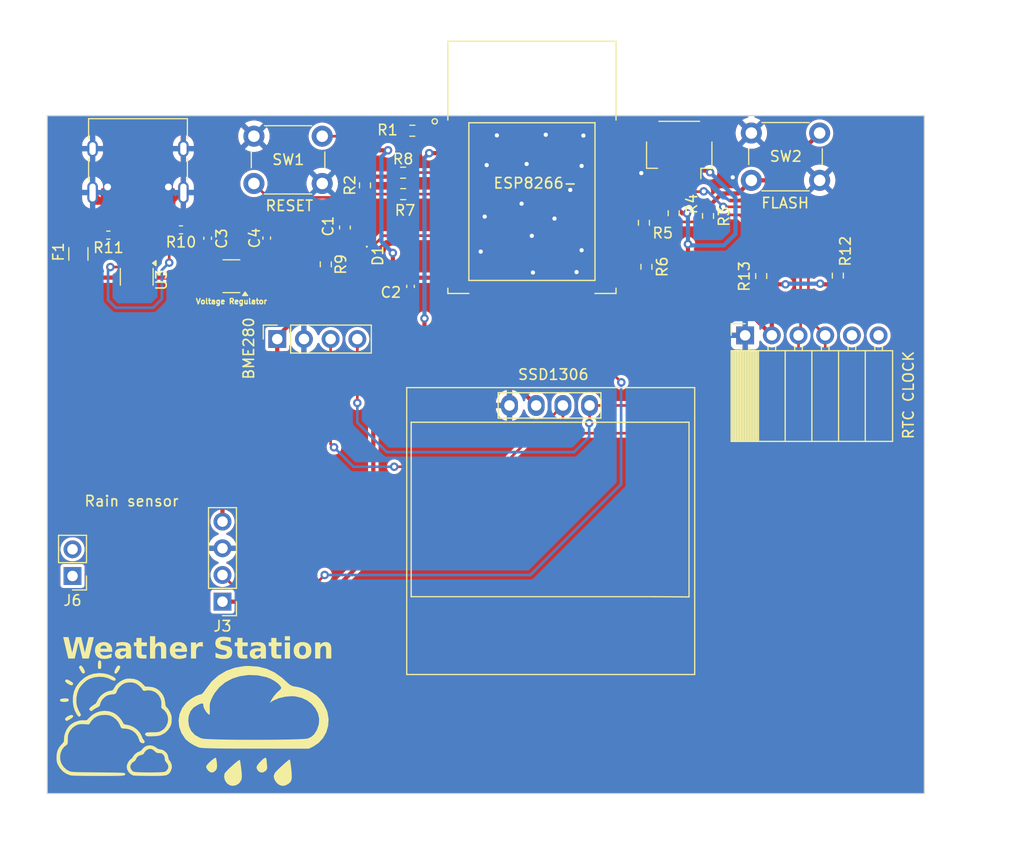
<source format=kicad_pcb>
(kicad_pcb (version 20240108) (generator "pcbnew") (generator_version "8.0")
  (layers (0 "F.Cu" signal) (31 "B.Cu" signal) (34 "B.Paste" user) (35 "F.Paste" user) (36 "B.SilkS" user "B.Silkscreen") (37 "F.SilkS" user "F.Silkscreen") (38 "B.Mask" user) (39 "F.Mask" user) (44 "Edge.Cuts" user))
  (net 0 "")
  (net 1 "GND")
  (net 2 "/SDA")
  (net 3 "+3.3V")
  (net 4 "/SCL")
  (net 5 "Net-(C1-Pad1)")
  (net 6 "+5V")
  (net 7 "+3V3")
  (net 8 "LED")
  (net 9 "Net-(D1-A)")
  (net 10 "Net-(F1-Pad1)")
  (net 11 "/RXD")
  (net 12 "/TXD")
  (net 13 "D+")
  (net 16 "D-")
  (net 17 "Net-(J2-CC1)")
  (net 18 "Net-(J2-CC2)")
  (net 19 "/DO")
  (net 20 "/AO")
  (net 25 "/RST")
  (net 26 "Net-(U2-IO0)")
  (net 27 "Net-(R3-Pad1)")
  (net 28 "Net-(U2-IO2)")
  (net 29 "Net-(U2-IO15)")
  (net 30 "/GPIO4")
  (net 31 "/EN")
  (footprint "Capacitor_SMD:C_0402_1005Metric" (layer "F.Cu") (at 362.83 41.57 90)
    (property "Reference" "C4" (at 0 -1.16 90) (layer "F.SilkS"))
    (property "Value" "1u" (hide yes))
    (pad "1" smd roundrect (at -0.48 0 90) (size 0.56 0.62) (layers "F.Cu" "F.Paste" "F.Mask") (net 7 "+3V3"))
    (pad "2" smd roundrect (at 0.48 0 90) (size 0.56 0.62) (layers "F.Cu" "F.Paste" "F.Mask") (net 1 "GND"))
  )
  (footprint "Connector_USB:USB_C_Receptacle_HRO_TYPE-C-31-M-12" (layer "F.Cu") (at 350.58 34.11 180)
    (property "Reference" "J2" (hide yes))
    (property "Value" "USB_C_Receptacle_USB2.0_16P" (hide yes))
    (pad "" np_thru_hole circle (at -2.89 -2.6 180) (size 0.65 0.65) (drill 0.65) (layers "*.Cu" "*.Mask"))
    (pad "" np_thru_hole circle (at 2.89 -2.6 180) (size 0.65 0.65) (drill 0.65) (layers "*.Cu" "*.Mask"))
    (pad "A1" smd rect (at -3.25 -4.045 180) (size 0.6 1.45) (layers "F.Cu" "F.Paste" "F.Mask") (net 1 "GND"))
    (pad "A4" smd rect (at -2.45 -4.045 180) (size 0.6 1.45) (layers "F.Cu" "F.Paste" "F.Mask") (net 10 "Net-(F1-Pad1)"))
    (pad "A5" smd rect (at -1.25 -4.045 180) (size 0.3 1.45) (layers "F.Cu" "F.Paste" "F.Mask") (net 17 "Net-(J2-CC1)"))
    (pad "A6" smd rect (at -0.25 -4.045 180) (size 0.3 1.45) (layers "F.Cu" "F.Paste" "F.Mask") (net 13 "D+"))
    (pad "A7" smd rect (at 0.25 -4.045 180) (size 0.3 1.45) (layers "F.Cu" "F.Paste" "F.Mask") (net 16 "D-"))
    (pad "A8" smd rect (at 1.25 -4.045 180) (size 0.3 1.45) (layers "F.Cu" "F.Paste" "F.Mask"))
    (pad "A9" smd rect (at 2.45 -4.045 180) (size 0.6 1.45) (layers "F.Cu" "F.Paste" "F.Mask") (net 10 "Net-(F1-Pad1)"))
    (pad "A12" smd rect (at 3.25 -4.045 180) (size 0.6 1.45) (layers "F.Cu" "F.Paste" "F.Mask") (net 1 "GND"))
    (pad "B1" smd rect (at 3.25 -4.045 180) (size 0.6 1.45) (layers "F.Cu" "F.Paste" "F.Mask") (net 1 "GND"))
    (pad "B4" smd rect (at 2.45 -4.045 180) (size 0.6 1.45) (layers "F.Cu" "F.Paste" "F.Mask") (net 10 "Net-(F1-Pad1)"))
    (pad "B5" smd rect (at 1.75 -4.045 180) (size 0.3 1.45) (layers "F.Cu" "F.Paste" "F.Mask") (net 18 "Net-(J2-CC2)"))
    (pad "B6" smd rect (at 0.75 -4.045 180) (size 0.3 1.45) (layers "F.Cu" "F.Paste" "F.Mask") (net 13 "D+"))
    (pad "B7" smd rect (at -0.75 -4.045 180) (size 0.3 1.45) (layers "F.Cu" "F.Paste" "F.Mask") (net 16 "D-"))
    (pad "B8" smd rect (at -1.75 -4.045 180) (size 0.3 1.45) (layers "F.Cu" "F.Paste" "F.Mask"))
    (pad "B9" smd rect (at -2.45 -4.045 180) (size 0.6 1.45) (layers "F.Cu" "F.Paste" "F.Mask") (net 10 "Net-(F1-Pad1)"))
    (pad "B12" smd rect (at -3.25 -4.045 180) (size 0.6 1.45) (layers "F.Cu" "F.Paste" "F.Mask") (net 1 "GND"))
    (pad "S1" thru_hole oval (at -4.32 -3.13 180) (size 1 2.1) (drill oval 0.6 1.7) (layers "*.Cu" "*.Mask") (net 1 "GND"))
    (pad "S1" thru_hole oval (at -4.32 1.05 180) (size 1 1.6) (drill oval 0.6 1.2) (layers "*.Cu" "*.Mask") (net 1 "GND"))
    (pad "S1" thru_hole oval (at 4.32 -3.13 180) (size 1 2.1) (drill oval 0.6 1.7) (layers "*.Cu" "*.Mask") (net 1 "GND"))
    (pad "S1" thru_hole oval (at 4.32 1.05 180) (size 1 1.6) (drill oval 0.6 1.2) (layers "*.Cu" "*.Mask") (net 1 "GND"))
  )
  (footprint "Capacitor_SMD:C_0402_1005Metric" (layer "F.Cu") (at 376.51 46.17 -90)
    (property "Reference" "C2" (at 0.57 1.87 180) (layer "F.SilkS"))
    (property "Value" "1000uf" (hide yes))
    (pad "1" smd roundrect (at -0.48 0 270) (size 0.56 0.62) (layers "F.Cu" "F.Paste" "F.Mask") (net 3 "+3.3V"))
    (pad "2" smd roundrect (at 0.48 0 270) (size 0.56 0.62) (layers "F.Cu" "F.Paste" "F.Mask") (net 1 "GND"))
  )
  (footprint "Package_TO_SOT_SMD:SOT-23-3" (layer "F.Cu") (at 359.4725 45.2 180)
    (property "Reference" "Voltage Regulator" (at 0 -2.4 0) (layer "F.SilkS") (effects (font (size 0.5 0.5) (thickness 0.125))))
    (property "Value" "XC6206PxxxMR" (hide yes))
    (pad "1" smd roundrect (at -1.1375 -0.95 180) (size 1.325 0.6) (layers "F.Cu" "F.Paste" "F.Mask") (net 1 "GND"))
    (pad "2" smd roundrect (at -1.1375 0.95 180) (size 1.325 0.6) (layers "F.Cu" "F.Paste" "F.Mask") (net 7 "+3V3"))
    (pad "3" smd roundrect (at 1.1375 0 180) (size 1.325 0.6) (layers "F.Cu" "F.Paste" "F.Mask") (net 6 "+5V"))
  )
  (footprint "Resistor_SMD:R_0603_1608Metric" (layer "F.Cu") (at 372.18 36.555 90)
    (property "Reference" "R2" (at 0 -1.43 90) (layer "F.SilkS"))
    (property "Value" "10K" (hide yes))
    (pad "1" smd roundrect (at -0.825 0 90) (size 0.8 0.95) (layers "F.Cu" "F.Paste" "F.Mask") (net 5 "Net-(C1-Pad1)"))
    (pad "2" smd roundrect (at 0.825 0 90) (size 0.8 0.95) (layers "F.Cu" "F.Paste" "F.Mask") (net 3 "+3.3V"))
  )
  (footprint "LOGO" (layer "F.Cu") (at 348.2836 87.225415)
    (property "Reference" "G***" (hide yes))
    (property "Value" "LOGO" (hide yes))
  )
  (footprint "Package_TO_SOT_SMD:SOT-23-6" (layer "F.Cu") (at 350.46 45.2575 -90)
    (property "Reference" "U3" (at 0.3025 -2.35 90) (layer "F.SilkS"))
    (property "Value" "SRV05-4" (hide yes))
    (pad "1" smd roundrect (at -1.1375 -0.95 270) (size 1.325 0.6) (layers "F.Cu" "F.Paste" "F.Mask") (net 13 "D+"))
    (pad "2" smd roundrect (at -1.1375 0 270) (size 1.325 0.6) (layers "F.Cu" "F.Paste" "F.Mask") (net 1 "GND"))
    (pad "3" smd roundrect (at -1.1375 0.95 270) (size 1.325 0.6) (layers "F.Cu" "F.Paste" "F.Mask") (net 16 "D-"))
    (pad "4" smd roundrect (at 1.1375 0.95 270) (size 1.325 0.6) (layers "F.Cu" "F.Paste" "F.Mask"))
    (pad "5" smd roundrect (at 1.1375 0 270) (size 1.325 0.6) (layers "F.Cu" "F.Paste" "F.Mask") (net 6 "+5V"))
    (pad "6" smd roundrect (at 1.1375 -0.95 270) (size 1.325 0.6) (layers "F.Cu" "F.Paste" "F.Mask"))
  )
  (footprint "Capacitor_SMD:C_0402_1005Metric" (layer "F.Cu") (at 357.21 41.59 90)
    (property "Reference" "C3" (at -0.03 1.33 90) (layer "F.SilkS"))
    (property "Value" "1u" (hide yes))
    (pad "1" smd roundrect (at -0.48 0 90) (size 0.56 0.62) (layers "F.Cu" "F.Paste" "F.Mask") (net 6 "+5V"))
    (pad "2" smd roundrect (at 0.48 0 90) (size 0.56 0.62) (layers "F.Cu" "F.Paste" "F.Mask") (net 1 "GND"))
  )
  (footprint "Resistor_SMD:R_0603_1608Metric" (layer "F.Cu") (at 417.17 45.145 -90)
    (property "Reference" "R12" (at -2.325 -0.72 90) (layer "F.SilkS"))
    (property "Value" "10K" (hide yes))
    (pad "1" smd roundrect (at -0.825 0 270) (size 0.8 0.95) (layers "F.Cu" "F.Paste" "F.Mask") (net 4 "/SCL"))
    (pad "2" smd roundrect (at 0.825 0 270) (size 0.8 0.95) (layers "F.Cu" "F.Paste" "F.Mask") (net 3 "+3.3V"))
  )
  (footprint "Connector_PinSocket_2.54mm:PinSocket_1x06_P2.54mm_Horizontal" (layer "F.Cu") (at 408.35 50.83 90)
    (property "Reference" "RTC CLOCK" (at -5.68 15.54 90) (layer "F.SilkS"))
    (property "Value" "Conn_01x06_Socket" (hide yes))
    (pad "1" thru_hole rect (at 0 0 90) (size 1.7 1.7) (drill 1) (layers "*.Cu" "*.Mask") (net 1 "GND"))
    (pad "2" thru_hole oval (at 0 2.54 90) (size 1.7 1.7) (drill 1) (layers "*.Cu" "*.Mask") (net 3 "+3.3V"))
    (pad "3" thru_hole oval (at 0 5.08 90) (size 1.7 1.7) (drill 1) (layers "*.Cu" "*.Mask") (net 2 "/SDA"))
    (pad "4" thru_hole oval (at 0 7.62 90) (size 1.7 1.7) (drill 1) (layers "*.Cu" "*.Mask") (net 4 "/SCL"))
    (pad "5" thru_hole oval (at 0 10.16 90) (size 1.7 1.7) (drill 1) (layers "*.Cu" "*.Mask"))
    (pad "6" thru_hole oval (at 0 12.7 90) (size 1.7 1.7) (drill 1) (layers "*.Cu" "*.Mask"))
  )
  (footprint "Button_Switch_THT:SW_PUSH_6mm" (layer "F.Cu") (at 408.94 31.58)
    (property "Reference" "SW2" (at 3.28 2.22 0) (layer "F.SilkS"))
    (property "Value" "FLASH" (at 3.22 6.66 0) (layer "F.SilkS"))
    (pad "1" thru_hole circle (at 0 0 90) (size 2 2) (drill 1.1) (layers "*.Cu" "*.Mask") (net 1 "GND"))
    (pad "1" thru_hole circle (at 6.5 4.5 90) (size 2 2) (drill 1.1) (layers "*.Cu" "*.Mask") (net 1 "GND"))
    (pad "2" thru_hole circle (at 0 4.5 90) (size 2 2) (drill 1.1) (layers "*.Cu" "*.Mask") (net 27 "Net-(R3-Pad1)"))
    (pad "2" thru_hole circle (at 6.5 0 90) (size 2 2) (drill 1.1) (layers "*.Cu" "*.Mask") (net 27 "Net-(R3-Pad1)"))
  )
  (footprint "esp8266:XCVR_ESP8266-12E_ESP-12E" (layer "F.Cu") (at 388.06425 38.3425)
    (property "Reference" "U2" (hide yes))
    (property "Value" "ESP8266-" (at 0.30575 -1.9925 0) (layer "F.SilkS"))
    (pad "1" smd rect (at -7.5 -7) (size 2 1.2) (layers "F.Cu" "F.Paste" "F.Mask") (net 25 "/RST"))
    (pad "2" smd rect (at -7.5 -5) (size 2 1.2) (layers "F.Cu" "F.Paste" "F.Mask") (net 20 "/AO"))
    (pad "3" smd rect (at -7.5 -3) (size 2 1.2) (layers "F.Cu" "F.Paste" "F.Mask") (net 31 "/EN"))
    (pad "4" smd rect (at -7.5 -1) (size 2 1.2) (layers "F.Cu" "F.Paste" "F.Mask") (net 30 "/GPIO4"))
    (pad "5" smd rect (at -7.5 1) (size 2 1.2) (layers "F.Cu" "F.Paste" "F.Mask"))
    (pad "6" smd rect (at -7.5 3) (size 2 1.2) (layers "F.Cu" "F.Paste" "F.Mask") (net 8 "LED"))
    (pad "7" smd rect (at -7.5 5) (size 2 1.2) (layers "F.Cu" "F.Paste" "F.Mask"))
    (pad "8" smd rect (at -7.5 7) (size 2 1.2) (layers "F.Cu" "F.Paste" "F.Mask") (net 3 "+3.3V"))
    (pad "9" smd rect (at -5 8.5) (size 1.1 1.7) (layers "F.Cu" "F.Paste" "F.Mask"))
    (pad "10" smd rect (at -3 8.5) (size 1.1 1.7) (layers "F.Cu" "F.Paste" "F.Mask"))
    (pad "11" smd rect (at -1 8.5) (size 1.1 1.7) (layers "F.Cu" "F.Paste" "F.Mask") (net 19 "/DO"))
    (pad "12" smd rect (at 1 8.5) (size 1.1 1.7) (layers "F.Cu" "F.Paste" "F.Mask"))
    (pad "13" smd rect (at 3 8.5) (size 1.1 1.7) (layers "F.Cu" "F.Paste" "F.Mask"))
    (pad "14" smd rect (at 5 8.5) (size 1.1 1.7) (layers "F.Cu" "F.Paste" "F.Mask"))
    (pad "15" smd rect (at 7.5 7) (size 2 1.2) (layers "F.Cu" "F.Paste" "F.Mask") (net 1 "GND"))
    (pad "16" smd rect (at 7.5 5) (size 2 1.2) (layers "F.Cu" "F.Paste" "F.Mask") (net 29 "Net-(U2-IO15)"))
    (pad "17" smd rect (at 7.5 3) (size 2 1.2) (layers "F.Cu" "F.Paste" "F.Mask") (net 28 "Net-(U2-IO2)"))
    (pad "18" smd rect (at 7.5 1) (size 2 1.2) (layers "F.Cu" "F.Paste" "F.Mask") (net 26 "Net-(U2-IO0)"))
    (pad "19" smd rect (at 7.5 -1) (size 2 1.2) (layers "F.Cu" "F.Paste" "F.Mask") (net 2 "/SDA"))
    (pad "20" smd rect (at 7.5 -3) (size 2 1.2) (layers "F.Cu" "F.Paste" "F.Mask") (net 4 "/SCL"))
    (pad "21" smd rect (at 7.5 -5) (size 2 1.2) (layers "F.Cu" "F.Paste" "F.Mask") (net 11 "/RXD"))
    (pad "22" smd rect (at 7.5 -7) (size 2 1.2) (layers "F.Cu" "F.Paste" "F.Mask") (net 12 "/TXD"))
    (zone (net 0) (net_name "") (layer "F.Cu") (connect_pads (clearance 0)) (min_thickness 0.01)
      (keepout (tracks not_allowed) (vias not_allowed) (pads not_allowed) (copperpour not_allowed) (footprints allowed))
      (fill (thermal_gap 0.508) (thermal_bridge_width 0.508))
      (polygon (pts (xy 380.05524 22.8425) (xy 396.06425 22.8425) (xy 396.06425 29.83292) (xy 380.05524 29.83292)))
    )
    (zone (net 0) (net_name "") (layer "B.Cu") (connect_pads (clearance 0)) (min_thickness 0.01)
      (keepout (tracks not_allowed) (vias not_allowed) (pads not_allowed) (copperpour not_allowed) (footprints allowed))
      (fill (thermal_gap 0.508) (thermal_bridge_width 0.508))
      (polygon (pts (xy 380.05524 22.8425) (xy 396.06425 22.8425) (xy 396.06425 29.83292) (xy 380.05524 29.83292)))
    )
  )
  (footprint "Capacitor_SMD:C_0603_1608Metric" (layer "F.Cu") (at 370.27 40.57 -90)
    (property "Reference" "C1" (at -0.125 1.6 90) (layer "F.SilkS"))
    (property "Value" "C" (hide yes))
    (pad "1" smd roundrect (at -0.775 0 270) (size 0.9 0.95) (layers "F.Cu" "F.Paste" "F.Mask") (net 5 "Net-(C1-Pad1)"))
    (pad "2" smd roundrect (at 0.775 0 270) (size 0.9 0.95) (layers "F.Cu" "F.Paste" "F.Mask") (net 1 "GND"))
  )
  (footprint "Resistor_SMD:R_0603_1608Metric" (layer "F.Cu") (at 398.72 40.12 90)
    (property "Reference" "R5" (at -0.98 1.79 180) (layer "F.SilkS"))
    (property "Value" "10K" (hide yes))
    (pad "1" smd roundrect (at -0.825 0 90) (size 0.8 0.95) (layers "F.Cu" "F.Paste" "F.Mask") (net 28 "Net-(U2-IO2)"))
    (pad "2" smd roundrect (at 0.825 0 90) (size 0.8 0.95) (layers "F.Cu" "F.Paste" "F.Mask") (net 3 "+3.3V"))
  )
  (footprint "Resistor_SMD:R_0402_1005Metric" (layer "F.Cu") (at 347.76 41.29 180)
    (property "Reference" "R11" (at -0.01 -1.2 360) (layer "F.SilkS"))
    (property "Value" "5.1K" (hide yes))
    (pad "1" smd roundrect (at -0.51 0 180) (size 0.54 0.64) (layers "F.Cu" "F.Paste" "F.Mask") (net 18 "Net-(J2-CC2)"))
    (pad "2" smd roundrect (at 0.51 0 180) (size 0.54 0.64) (layers "F.Cu" "F.Paste" "F.Mask") (net 1 "GND"))
  )
  (footprint "Resistor_SMD:R_0603_1608Metric" (layer "F.Cu") (at 401.55 39.21 90)
    (property "Reference" "R4" (at 0.88 1.73 90) (layer "F.SilkS"))
    (property "Value" "10K" (hide yes))
    (pad "1" smd roundrect (at -0.825 0 90) (size 0.8 0.95) (layers "F.Cu" "F.Paste" "F.Mask") (net 26 "Net-(U2-IO0)"))
    (pad "2" smd roundrect (at 0.825 0 90) (size 0.8 0.95) (layers "F.Cu" "F.Paste" "F.Mask") (net 3 "+3.3V"))
  )
  (footprint "Button_Switch_THT:SW_PUSH_6mm" (layer "F.Cu") (at 361.61 31.88)
    (property "Reference" "SW1" (at 3.27 2.23 0) (layer "F.SilkS"))
    (property "Value" "RESET" (at 3.37 6.62 0) (layer "F.SilkS"))
    (pad "1" thru_hole circle (at 0 0 90) (size 2 2) (drill 1.1) (layers "*.Cu" "*.Mask") (net 1 "GND"))
    (pad "1" thru_hole circle (at 6.5 4.5 90) (size 2 2) (drill 1.1) (layers "*.Cu" "*.Mask") (net 1 "GND"))
    (pad "2" thru_hole circle (at 0 4.5 90) (size 2 2) (drill 1.1) (layers "*.Cu" "*.Mask") (net 5 "Net-(C1-Pad1)"))
    (pad "2" thru_hole circle (at 6.5 0 90) (size 2 2) (drill 1.1) (layers "*.Cu" "*.Mask") (net 5 "Net-(C1-Pad1)"))
  )
  (footprint "Connector_PinHeader_2.54mm:PinHeader_1x04_P2.54mm_Vertical" (layer "F.Cu") (at 358.62 76.17 180)
    (property "Reference" "J3" (at 0 -2.33 360) (layer "F.SilkS"))
    (property "Value" "Rain sensor" (at 8.65 9.57 0) (layer "F.SilkS"))
    (pad "1" thru_hole rect (at 0 0 180) (size 1.7 1.7) (drill 1) (layers "*.Cu" "*.Mask") (net 20 "/AO"))
    (pad "2" thru_hole oval (at 0 2.54 180) (size 1.7 1.7) (drill 1) (layers "*.Cu" "*.Mask") (net 19 "/DO"))
    (pad "3" thru_hole oval (at 0 5.08 180) (size 1.7 1.7) (drill 1) (layers "*.Cu" "*.Mask") (net 1 "GND"))
    (pad "4" thru_hole oval (at 0 7.62 180) (size 1.7 1.7) (drill 1) (layers "*.Cu" "*.Mask") (net 3 "+3.3V"))
  )
  (footprint "Resistor_SMD:R_0603_1608Metric" (layer "F.Cu") (at 398.96 44.31 90)
    (property "Reference" "R6" (at 0 1.5 90) (layer "F.SilkS"))
    (property "Value" "10K" (hide yes))
    (pad "1" smd roundrect (at -0.825 0 90) (size 0.8 0.95) (layers "F.Cu" "F.Paste" "F.Mask") (net 1 "GND"))
    (pad "2" smd roundrect (at 0.825 0 90) (size 0.8 0.95) (layers "F.Cu" "F.Paste" "F.Mask") (net 29 "Net-(U2-IO15)"))
  )
  (footprint "Connector_JST:JST_SH_SM04B-SRSS-TB_1x04-1MP_P1.00mm_Horizontal" (layer "F.Cu") (at 402.08 33.15 180)
    (property "Reference" "J1" (hide yes))
    (property "Value" "Conn_01x04" (hide yes))
    (pad "1" smd roundrect (at -1.5 -2 180) (size 0.6 1.55) (layers "F.Cu" "F.Paste" "F.Mask") (net 3 "+3.3V"))
    (pad "2" smd roundrect (at -0.5 -2 180) (size 0.6 1.55) (layers "F.Cu" "F.Paste" "F.Mask") (net 12 "/TXD"))
    (pad "3" smd roundrect (at 0.5 -2 180) (size 0.6 1.55) (layers "F.Cu" "F.Paste" "F.Mask") (net 11 "/RXD"))
    (pad "4" smd roundrect (at 1.5 -2 180) (size 0.6 1.55) (layers "F.Cu" "F.Paste" "F.Mask") (net 1 "GND"))
    (pad "MP" smd roundrect (at -2.8 1.875 180) (size 1.2 1.8) (layers "F.Cu" "F.Paste" "F.Mask") (roundrect_rratio 0.208333))
    (pad "MP" smd roundrect (at 2.8 1.875 180) (size 1.2 1.8) (layers "F.Cu" "F.Paste" "F.Mask") (roundrect_rratio 0.208333))
  )
  (footprint "Connector_PinHeader_2.54mm:PinHeader_1x02_P2.54mm_Vertical" (layer "F.Cu") (at 344.35 73.725 180)
    (property "Reference" "J6" (at 0 -2.33 360) (layer "F.SilkS"))
    (property "Value" "Conn_01x02_Pin" (hide yes))
    (pad "1" thru_hole rect (at 0 0 180) (size 1.7 1.7) (drill 1) (layers "*.Cu" "*.Mask"))
    (pad "2" thru_hole oval (at 0 2.54 180) (size 1.7 1.7) (drill 1) (layers "*.Cu" "*.Mask"))
  )
  (footprint "Connector_PinSocket_2.54mm:PinSocket_1x04_P2.54mm_Vertical" (layer "F.Cu") (at 363.83 51.18 90)
    (property "Reference" "BME280" (at -0.89 -2.71 90) (layer "F.SilkS"))
    (property "Value" "BME280")
    (pad "1" thru_hole rect (at 0 0 90) (size 1.7 1.7) (drill 1) (layers "*.Cu" "*.Mask") (net 3 "+3.3V"))
    (pad "2" thru_hole oval (at 0 2.54 90) (size 1.7 1.7) (drill 1) (layers "*.Cu" "*.Mask") (net 1 "GND"))
    (pad "3" thru_hole oval (at 0 5.08 90) (size 1.7 1.7) (drill 1) (layers "*.Cu" "*.Mask") (net 4 "/SCL"))
    (pad "4" thru_hole oval (at 0 7.62 90) (size 1.7 1.7) (drill 1) (layers "*.Cu" "*.Mask") (net 2 "/SDA"))
  )
  (footprint "Resistor_SMD:R_0603_1608Metric" (layer "F.Cu") (at 404.82 39.47 -90)
    (property "Reference" "R3" (at 0.04 -1.52 90) (layer "F.SilkS"))
    (property "Value" "470" (hide yes))
    (pad "1" smd roundrect (at -0.825 0 270) (size 0.8 0.95) (layers "F.Cu" "F.Paste" "F.Mask") (net 27 "Net-(R3-Pad1)"))
    (pad "2" smd roundrect (at 0.825 0 270) (size 0.8 0.95) (layers "F.Cu" "F.Paste" "F.Mask") (net 26 "Net-(U2-IO0)"))
  )
  (footprint "LED_SMD:LED_0201_0603Metric" (layer "F.Cu") (at 372.35 43.2475 -90)
    (property "Reference" "D1" (at 0 -1.05 90) (layer "F.SilkS"))
    (property "Value" "LED" (hide yes))
    (pad "1" smd roundrect (at -0.32 0 270) (size 0.46 0.4) (layers "F.Cu" "F.Mask") (net 8 "LED"))
    (pad "2" smd roundrect (at 0.32 0 270) (size 0.46 0.4) (layers "F.Cu" "F.Mask") (net 9 "Net-(D1-A)"))
  )
  (footprint "SSD1306:128x64OLED" (layer "F.Cu") (at 389.55 68.1)
    (property "Reference" "Brd1" (hide yes))
    (property "Value" "SSD1306" (at 0.55 -13.54 0) (layer "F.SilkS"))
    (pad "1" thru_hole oval (at -3.62 -10.6 90) (size 2 1.6) (drill 1) (layers "*.Cu" "*.Mask") (net 1 "GND"))
    (pad "2" thru_hole oval (at -1.08 -10.6 90) (size 2 1.6) (drill 1) (layers "*.Cu" "*.Mask") (net 3 "+3.3V"))
    (pad "3" thru_hole oval (at 1.46 -10.6 90) (size 2 1.6) (drill 1) (layers "*.Cu" "*.Mask") (net 4 "/SCL"))
    (pad "4" thru_hole oval (at 4 -10.6 90) (size 2 1.6) (drill 1) (layers "*.Cu" "*.Mask") (net 2 "/SDA"))
  )
  (footprint "Resistor_SMD:R_0603_1608Metric" (layer "F.Cu") (at 368.45 44.075 -90)
    (property "Reference" "R9" (at 0 -1.43 90) (layer "F.SilkS"))
    (property "Value" "10K" (hide yes))
    (pad "1" smd roundrect (at -0.825 0 270) (size 0.8 0.95) (layers "F.Cu" "F.Paste" "F.Mask") (net 9 "Net-(D1-A)"))
    (pad "2" smd roundrect (at 0.825 0 270) (size 0.8 0.95) (layers "F.Cu" "F.Paste" "F.Mask") (net 3 "+3.3V"))
  )
  (footprint "LOGO" (layer "F.Cu") (at 361.543751 87.955792)
    (property "Reference" "G***" (hide yes))
    (property "Value" "LOGO" (hide yes))
  )
  (footprint "Resistor_SMD:R_0603_1608Metric" (layer "F.Cu") (at 375.815 37.39)
    (property "Reference" "R7" (at 0.175 1.55 0) (layer "F.SilkS"))
    (property "Value" "0" (hide yes))
    (pad "1" smd roundrect (at -0.825 0) (size 0.8 0.95) (layers "F.Cu" "F.Paste" "F.Mask") (net 5 "Net-(C1-Pad1)"))
    (pad "2" smd roundrect (at 0.825 0) (size 0.8 0.95) (layers "F.Cu" "F.Paste" "F.Mask") (net 30 "/GPIO4"))
  )
  (footprint "Resistor_SMD:R_0603_1608Metric" (layer "F.Cu") (at 375.805 35.35 180)
    (property "Reference" "R8" (at 0 1.3 360) (layer "F.SilkS"))
    (property "Value" "10K" (hide yes))
    (pad "1" smd roundrect (at -0.825 0 180) (size 0.8 0.95) (layers "F.Cu" "F.Paste" "F.Mask") (net 31 "/EN"))
    (pad "2" smd roundrect (at 0.825 0 180) (size 0.8 0.95) (layers "F.Cu" "F.Paste" "F.Mask") (net 3 "+3.3V"))
  )
  (footprint "Fuse:Fuse_1206_3216Metric" (layer "F.Cu") (at 344.91 43.08 -90)
    (property "Reference" "F1" (at -0.19 1.9 90) (layer "F.SilkS"))
    (property "Value" "Fuse_Small" (hide yes))
    (pad "1" smd roundrect (at -1.4 0 270) (size 1.25 1.75) (layers "F.Cu" "F.Paste" "F.Mask") (roundrect_rratio 0.2) (net 10 "Net-(F1-Pad1)"))
    (pad "2" smd roundrect (at 1.4 0 270) (size 1.25 1.75) (layers "F.Cu" "F.Paste" "F.Mask") (roundrect_rratio 0.2) (net 6 "+5V"))
  )
  (footprint "Resistor_SMD:R_0603_1608Metric" (layer "F.Cu") (at 409.88 45.19 -90)
    (property "Reference" "R13" (at 0.025 1.61 90) (layer "F.SilkS"))
    (property "Value" "10K" (hide yes))
    (pad "1" smd roundrect (at -0.825 0 270) (size 0.8 0.95) (layers "F.Cu" "F.Paste" "F.Mask") (net 2 "/SDA"))
    (pad "2" smd roundrect (at 0.825 0 270) (size 0.8 0.95) (layers "F.Cu" "F.Paste" "F.Mask") (net 3 "+3.3V"))
  )
  (footprint "Resistor_SMD:R_0603_1608Metric" (layer "F.Cu") (at 376.685 31.36)
    (property "Reference" "R1" (at -2.365 -0.07 0) (layer "F.SilkS"))
    (property "Value" "470" (hide yes))
    (pad "1" smd roundrect (at -0.825 0) (size 0.8 0.95) (layers "F.Cu" "F.Paste" "F.Mask") (net 5 "Net-(C1-Pad1)"))
    (pad "2" smd roundrect (at 0.825 0) (size 0.8 0.95) (layers "F.Cu" "F.Paste" "F.Mask") (net 25 "/RST"))
  )
  (footprint "Resistor_SMD:R_0402_1005Metric" (layer "F.Cu") (at 354.67 40.79 180)
    (property "Reference" "R10" (at 0 -1.17 360) (layer "F.SilkS"))
    (property "Value" "5.1K" (hide yes))
    (pad "1" smd roundrect (at -0.51 0 180) (size 0.54 0.64) (layers "F.Cu" "F.Paste" "F.Mask") (net 1 "GND"))
    (pad "2" smd roundrect (at 0.51 0 180) (size 0.54 0.64) (layers "F.Cu" "F.Paste" "F.Mask") (net 17 "Net-(J2-CC1)"))
  )
  (gr_rect (start 341.94 29.925) (end 425.4 94.425) (stroke (width 0.1)) (fill none) (layer "Edge.Cuts"))
  (gr_text "Weather Station \n" (at 343.38 81.92 0) (layer "F.SilkS") (effects (font (size 2 2) (thickness 0.4) (bold yes)) (justify left bottom)))
  (segment (start 400.34 35.39) (end 400.58 35.15) (width 0.4) (layer "F.Cu") (net 1))
  (segment (start 404.655 50.83) (end 398.96 45.135) (width 0.4) (layer "F.Cu") (net 1))
  (segment (start 408.35 50.83) (end 404.655 50.83) (width 0.4) (layer "F.Cu") (net 1))
  (segment (start 347.33 38.155) (end 347.175 38.155) (width 0.4) (layer "F.Cu") (net 1))
  (segment (start 346.26 37.24) (end 346.26 33.06) (width 0.4) (layer "F.Cu") (net 1))
  (segment (start 354.9 33.06) (end 354.9 37.24) (width 0.4) (layer "F.Cu") (net 1))
  (segment (start 350.46 43.457501) (end 350.46 44.12) (width 0.25) (layer "F.Cu") (net 1))
  (segment (start 395.03175 44.81) (end 395.56425 45.3425) (width 0.4) (layer "F.Cu") (net 1))
  (segment (start 347.175 38.155) (end 346.26 37.24) (width 0.4) (layer "F.Cu") (net 1))
  (segment (start 349.0925 43.1325) (end 350.134999 43.1325) (width 0.25) (layer "F.Cu") (net 1))
  (segment (start 347.25 41.29) (end 349.0925 43.1325) (width 0.25) (layer "F.Cu") (net 1))
  (segment (start 346.26 33.06) (end 354.9 33.06) (width 0.4) (layer "F.Cu") (net 1))
  (segment (start 350.134999 43.1325) (end 350.46 43.457501) (width 0.25) (layer "F.Cu") (net 1))
  (segment (start 354.9 37.24) (end 354.745 37.24) (width 0.4) (layer "F.Cu") (net 1))
  (segment (start 398.47 35.39) (end 400.34 35.39) (width 0.4) (layer "F.Cu") (net 1))
  (segment (start 354.745 37.24) (end 353.83 38.155) (width 0.4) (layer "F.Cu") (net 1))
  (segment (start 392.31 44.81) (end 395.03175 44.81) (width 0.4) (layer "F.Cu") (net 1))
  (via (at 383.19 42.86) (size 0.8) (drill 0.4) (layers "F.Cu" "B.Cu") (net 1))
  (via (at 407.17 35.79) (size 0.8) (drill 0.4) (layers "F.Cu" "B.Cu") (net 1))
  (via (at 392.79 34.71) (size 0.8) (drill 0.4) (layers "F.Cu" "B.Cu") (net 1))
  (via (at 388.05 41.36) (size 0.8) (drill 0.4) (layers "F.Cu" "B.Cu") (net 1))
  (via (at 391.71 36.99) (size 0.8) (drill 0.4) (layers "F.Cu" "B.Cu") (net 1))
  (via (at 384.73 31.8) (size 0.8) (drill 0.4) (layers "F.Cu" "B.Cu") (net 1))
  (via (at 387.08 38.3) (size 0.8) (drill 0.4) (layers "F.Cu" "B.Cu") (net 1))
  (via (at 390.21 39.72) (size 0.8) (drill 0.4) (layers "F.Cu" "B.Cu") (net 1))
  (via (at 383.76 34.63) (size 0.8) (drill 0.4) (layers "F.Cu" "B.Cu") (net 1))
  (via (at 383.57 39.53) (size 0.8) (drill 0.4) (layers "F.Cu" "B.Cu") (net 1))
  (via (at 388.16 44.85) (size 0.8) (drill 0.4) (layers "F.Cu" "B.Cu") (net 1))
  (via (at 392.31 44.81) (size 0.8) (drill 0.4) (layers "F.Cu" "B.Cu") (net 1))
  (via (at 387.56 34.52) (size 0.8) (drill 0.4) (layers "F.Cu" "B.Cu") (net 1))
  (via (at 389.38 31.74) (size 0.8) (drill 0.4) (layers "F.Cu" "B.Cu") (net 1))
  (via (at 398.47 35.39) (size 0.8) (drill 0.4) (layers "F.Cu" "B.Cu") (net 1))
  (via (at 392.96 31.82) (size 0.8) (drill 0.4) (layers "F.Cu" "B.Cu") (net 1))
  (via (at 392.79 42.73) (size 0.8) (drill 0.4) (layers "F.Cu" "B.Cu") (net 1))
  (segment (start 407.17 33.35) (end 408.94 31.58) (width 0.4) (layer "B.Cu") (net 1))
  (segment (start 407.17 35.79) (end 407.17 33.35) (width 0.4) (layer "B.Cu") (net 1))
  (segment (start 393.51 59.18) (end 393.55 59.14) (width 0.25) (layer "F.Cu") (net 2))
  (segment (start 413.63 50.63) (end 413.43 50.83) (width 0.25) (layer "F.Cu") (net 2))
  (segment (start 412.07 43.6) (end 413.63 45.16) (width 0.25) (layer "F.Cu") (net 2))
  (segment (start 413.43 53.93) (end 413.43 50.83) (width 0.25) (layer "F.Cu") (net 2))
  (segment (start 404.31 39.37) (end 407.84 39.37) (width 0.25) (layer "F.Cu") (net 2))
  (segment (start 409.86 57.5) (end 413.43 53.93) (width 0.25) (layer "F.Cu") (net 2))
  (segment (start 371.45 57.26) (end 371.45 51.18) (width 0.25) (layer "F.Cu") (net 2))
  (segment (start 407.84 39.37) (end 411.52 43.05) (width 0.25) (layer "F.Cu") (net 2))
  (segment (start 411.52 43.05) (end 412.07 43.6) (width 0.25) (layer "F.Cu") (net 2))
  (segment (start 402.43 37.63) (end 404.12 39.32) (width 0.25) (layer "F.Cu") (net 2))
  (segment (start 411.305 44.365) (end 412.07 43.6) (width 0.25) (layer "F.Cu") (net 2))
  (segment (start 409.88 44.365) (end 411.305 44.365) (width 0.25) (layer "F.Cu") (net 2))
  (segment (start 395.56425 37.3425) (end 395.85175 37.63) (width 0.25) (layer "F.Cu") (net 2))
  (segment (start 395.85175 37.63) (end 402.43 37.63) (width 0.25) (layer "F.Cu") (net 2))
  (segment (start 404.26 39.32) (end 404.31 39.37) (width 0.25) (layer "F.Cu") (net 2))
  (segment (start 393.55 57.5) (end 409.86 57.5) (width 0.25) (layer "F.Cu") (net 2))
  (segment (start 404.12 39.32) (end 404.26 39.32) (width 0.25) (layer "F.Cu") (net 2))
  (segment (start 411.47 43) (end 411.52 43.05) (width 0.25) (layer "F.Cu") (net 2))
  (segment (start 393.55 59.14) (end 393.55 57.5) (width 0.25) (layer "F.Cu") (net 2))
  (segment (start 413.63 45.16) (end 413.63 50.63) (width 0.25) (layer "F.Cu") (net 2))
  (via (at 393.51 59.18) (size 0.8) (drill 0.4) (layers "F.Cu" "B.Cu") (net 2))
  (via (at 371.45 57.26) (size 0.8) (drill 0.4) (layers "F.Cu" "B.Cu") (net 2))
  (segment (start 371.45 57.26) (end 371.45 59.14) (width 0.25) (layer "B.Cu") (net 2))
  (segment (start 371.45 59.14) (end 374.25 61.94) (width 0.25) (layer "B.Cu") (net 2))
  (segment (start 392.07 61.94) (end 393.51 60.5) (width 0.25) (layer "B.Cu") (net 2))
  (segment (start 374.25 61.94) (end 392.07 61.94) (width 0.25) (layer "B.Cu") (net 2))
  (segment (start 393.51 60.5) (end 393.51 59.18) (width 0.25) (layer "B.Cu") (net 2))
  (segment (start 412.19 45.97) (end 409.925 45.97) (width 0.4) (layer "F.Cu") (net 3))
  (segment (start 363.83 50.96) (end 368.45 46.34) (width 0.4) (layer "F.Cu") (net 3))
  (segment (start 380.56425 45.3425) (end 376.8575 45.3425) (width 0.4) (layer "F.Cu") (net 3))
  (segment (start 363.83 51.18) (end 363.83 50.96) (width 0.4) (layer "F.Cu") (net 3))
  (segment (start 401.535 38.37) (end 401.55 38.385) (width 0.4) (layer "F.Cu") (net 3))
  (segment (start 415.55 45.97) (end 415.49 45.91) (width 0.4) (layer "F.Cu") (net 3))
  (segment (start 384.0275 45.3425) (end 380.56425 45.3425) (width 0.4) (layer "F.Cu") (net 3))
  (segment (start 388.87 43.4) (end 385.97 43.4) (width 0.4) (layer "F.Cu") (net 3))
  (segment (start 374.37 33.22) (end 372.76 33.22) (width 0.4) (layer "F.Cu") (net 3))
  (segment (start 372.18 35.73) (end 374.6 35.73) (width 0.4) (layer "F.Cu") (net 3))
  (segment (start 374.81 44.08) (end 374.83 44.06) (width 0.4) (layer "F.Cu") (net 3))
  (segment (start 358.62 68.55) (end 358.62 64.7) (width 0.4) (layer "F.Cu") (net 3))
  (segment (start 409.925 45.97) (end 409.88 46.015) (width 0.4) (layer "F.Cu") (net 3))
  (segment (start 409.88 47) (end 410.89 48.01) (width 0.4) (layer "F.Cu") (net 3))
  (segment (start 398.72 39.295) (end 397.7675 38.3425) (width 0.4) (layer "F.Cu") (net 3))
  (segment (start 385.97 43.4) (end 384.0275 45.3425) (width 0.4) (layer "F.Cu") (net 3))
  (segment (start 402.385 39.22) (end 401.55 38.385) (width 0.4) (layer "F.Cu") (net 3))
  (segment (start 363.86 59.46) (end 363.83 59.43) (width 0.4) (layer "F.Cu") (net 3))
  (segment (start 393.9275 38.3425) (end 388.87 43.4) (width 0.4) (layer "F.Cu") (net 3))
  (segment (start 388.47 57.5) (end 380.56425 49.59425) (width 0.4) (layer "F.Cu") (net 3))
  (segment (start 380.56425 49.59425) (end 380.56425 45.3425) (width 0.4) (layer "F.Cu") (net 3))
  (segment (start 376.51 45.69) (end 369.1 45.69) (width 0.4) (layer "F.Cu") (net 3))
  (segment (start 372.1 35.65) (end 372.18 35.73) (width 0.4) (layer "F.Cu") (net 3))
  (segment (start 403.58 35.15) (end 404.85 35.15) (width 0.4) (layer "F.Cu") (net 3))
  (segment (start 374.83 44.06) (end 374.83 42.99) (width 0.4) (layer "F.Cu") (net 3))
  (segment (start 376.51 45.69) (end 376.42 45.69) (width 0.4) (layer "F.Cu") (net 3))
  (segment (start 409.88 46.015) (end 409.88 47) (width 0.4) (layer "F.Cu") (net 3))
  (segment (start 410.89 48.01) (end 410.89 50.83) (width 0.4) (layer "F.Cu") (net 3))
  (segment (start 398.72 39.295) (end 399.645 38.37) (width 0.4) (layer "F.Cu") (net 3))
  (segment (start 417.17 45.97) (end 415.55 45.97) (width 0.4) (layer "F.Cu") (net 3))
  (segment (start 397.7675 38.3425) (end 393.9275 38.3425) (width 0.4) (layer "F.Cu") (net 3))
  (segment (start 402.91 42.85) (end 402.91 42.15) (width 0.4) (layer "F.Cu") (net 3))
  (segment (start 372.76 33.22) (end 372.1 33.88) (width 0.4) (layer "F.Cu") (net 3))
  (segment (start 376.42 45.69) (end 374.81 44.08) (width 0.4) (layer "F.Cu") (net 3))
  (segment (start 372.1 33.88) (end 372.1 35.65) (width 0.4) (layer "F.Cu") (net 3))
  (segment (start 358.62 64.7) (end 363.86 59.46) (width 0.4) (layer "F.Cu") (net 3))
  (segment (start 399.645 38.37) (end 401.535 38.37) (width 0.4) (layer "F.Cu") (net 3))
  (segment (start 374.6 35.73) (end 374.98 35.35) (width 0.4) (layer "F.Cu") (net 3))
  (segment (start 410.89 50.83) (end 402.91 42.85) (width 0.4) (layer "F.Cu") (net 3))
  (segment (start 363.83 59.43) (end 363.83 51.18) (width 0.4) (layer "F.Cu") (net 3))
  (segment (start 402.82 39.22) (end 402.385 39.22) (width 0.4) (layer "F.Cu") (net 3))
  (segment (start 376.8575 45.3425) (end 376.51 45.69) (width 0.4) (layer "F.Cu") (net 3))
  (segment (start 369.1 45.69) (end 368.45 46.34) (width 0.4) (layer "F.Cu") (net 3))
  (segment (start 404.85 35.15) (end 405.01 35.31) (width 0.4) (layer "F.Cu") (net 3))
  (segment (start 368.45 46.34) (end 368.45 44.9) (width 0.4) (layer "F.Cu") (net 3))
  (via (at 405.01 35.31) (size 0.8) (drill 0.4) (layers "F.Cu" "B.Cu") (net 3))
  (via (at 374.37 33.22) (size 0.8) (drill 0.4) (layers "F.Cu" "B.Cu") (net 3))
  (via (at 402.91 42.15) (size 0.8) (drill 0.4) (layers "F.Cu" "B.Cu") (net 3))
  (via (at 415.49 45.91) (size 0.8) (drill 0.4) (layers "F.Cu" "B.Cu") (net 3))
  (via (at 412.19 45.97) (size 0.8) (drill 0.4) (layers "F.Cu" "B.Cu") (net 3))
  (via (at 374.83 42.99) (size 0.8) (drill 0.4) (layers "F.Cu" "B.Cu") (net 3))
  (via (at 402.82 39.22) (size 0.8) (drill 0.4) (layers "F.Cu" "B.Cu") (net 3))
  (segment (start 402.91 42.15) (end 402.91 39.31) (width 0.4) (layer "B.Cu") (net 3))
  (segment (start 402.91 39.31) (end 402.82 39.22) (width 0.4) (layer "B.Cu") (net 3))
  (segment (start 407.43 37.73) (end 407.43 41.17) (width 0.4) (layer "B.Cu") (net 3))
  (segment (start 373.74 33.85) (end 374.37 33.22) (width 0.4) (layer "B.Cu") (net 3))
  (segment (start 407.43 41.17) (end 406.33 42.27) (width 0.4) (layer "B.Cu") (net 3))
  (segment (start 374.83 42.99) (end 373.74 41.9) (width 0.4) (layer "B.Cu") (net 3))
  (segment (start 406.33 42.27) (end 403.03 42.27) (width 0.4) (layer "B.Cu") (net 3))
  (segment (start 405.01 35.31) (end 407.43 37.73) (width 0.4) (layer "B.Cu") (net 3))
  (segment (start 373.74 41.9) (end 373.74 33.85) (width 0.4) (layer "B.Cu") (net 3))
  (segment (start 415.49 45.91) (end 412.25 45.91) (width 0.4) (layer "B.Cu") (net 3))
  (segment (start 412.25 45.91) (end 412.19 45.97) (width 0.4) (layer "B.Cu") (net 3))
  (segment (start 403.03 42.27) (end 402.91 42.15) (width 0.4) (layer "B.Cu") (net 3))
  (segment (start 414.37 49.23) (end 415.97 50.83) (width 0.25) (layer "F.Cu") (net 4))
  (segment (start 385.18 63.33) (end 374.96 63.33) (width 0.25) (layer "F.Cu") (net 4))
  (segment (start 409.05 60.14) (end 415.97 53.22) (width 0.25) (layer "F.Cu") (net 4))
  (segment (start 417.17 44.32) (end 415.17 44.32) (width 0.25) (layer "F.Cu") (net 4))
  (segment (start 414.37 43.52) (end 414.37 49.23) (width 0.25) (layer "F.Cu") (net 4))
  (segment (start 368.91 61.16) (end 368.91 51.18) (width 0.25) (layer "F.Cu") (net 4))
  (segment (start 395.56425 35.3425) (end 396.63925 36.4175) (width 0.25) (layer "F.Cu") (net 4))
  (segment (start 391.01 57.5) (end 385.18 63.33) (width 0.25) (layer "F.Cu") (net 4))
  (segment (start 391.01 57.5) (end 391.01 58.81) (width 0.25) (layer "F.Cu") (net 4))
  (segment (start 391.01 58.81) (end 392.34 60.14) (width 0.25) (layer "F.Cu") (net 4))
  (segment (start 396.88925 36.4175) (end 397.63175 37.16) (width 0.25) (layer "F.Cu") (net 4))
  (segment (start 406.26 38.6) (end 409.45 38.6) (width 0.25) (layer "F.Cu") (net 4))
  (segment (start 404.39 37.15) (end 404.41 37.13) (width 0.25) (layer "F.Cu") (net 4))
  (segment (start 415.17 44.32) (end 414.37 43.52) (width 0.25) (layer "F.Cu") (net 4))
  (segment (start 404.39 37.16) (end 404.39 37.15) (width 0.25) (layer "F.Cu") (net 4))
  (segment (start 415.97 53.22) (end 415.97 50.83) (width 0.25) (layer "F.Cu") (net 4))
  (segment (start 392.34 60.14) (end 409.05 60.14) (width 0.25) (layer "F.Cu") (net 4))
  (segment (start 369.23 61.48) (end 368.91 61.16) (width 0.25) (layer "F.Cu") (net 4))
  (segment (start 396.63925 36.4175) (end 396.88925 36.4175) (width 0.25) (layer "F.Cu") (net 4))
  (segment (start 397.63175 37.16) (end 404.39 37.16) (width 0.25) (layer "F.Cu") (net 4))
  (segment (start 409.45 38.6) (end 414.37 43.52) (width 0.25) (layer "F.Cu") (net 4))
  (via (at 404.41 37.13) (size 0.8) (drill 0.4) (layers "F.Cu" "B.Cu") (net 4))
  (via (at 374.96 63.33) (size 0.8) (drill 0.4) (layers "F.Cu" "B.Cu") (net 4))
  (via (at 406.26 38.6) (size 0.8) (drill 0.4) (layers "F.Cu" "B.Cu") (net 4))
  (via (at 369.23 61.48) (size 0.8) (drill 0.4) (layers "F.Cu" "B.Cu") (net 4))
  (segment (start 371.08 63.33) (end 369.23 61.48) (width 0.25) (layer "B.Cu") (net 4))
  (segment (start 374.96 63.33) (end 371.08 63.33) (width 0.25) (layer "B.Cu") (net 4))
  (segment (start 404.41 37.13) (end 404.79 37.13) (width 0.25) (layer "B.Cu") (net 4))
  (segment (start 404.79 37.13) (end 406.26 38.6) (width 0.25) (layer "B.Cu") (net 4))
  (segment (start 375.86 36.52) (end 375.86 31.36) (width 0.25) (layer "F.Cu") (net 5))
  (segment (start 373.13 31.36) (end 372.61 31.88) (width 0.25) (layer "F.Cu") (net 5))
  (segment (start 361.85 36.38) (end 361.61 36.38) (width 0.25) (layer "F.Cu") (net 5))
  (segment (start 362.935 37.705) (end 361.61 36.38) (width 0.25) (layer "F.Cu") (net 5))
  (segment (start 371.855 37.705) (end 362.935 37.705) (width 0.25) (layer "F.Cu") (net 5))
  (segment (start 370.27 39.29) (end 372.18 37.38) (width 0.25) (layer "F.Cu") (net 5))
  (segment (start 374.99 37.39) (end 372.19 37.39) (width 0.25) (layer "F.Cu") (net 5))
  (segment (start 370.27 39.795) (end 370.27 39.29) (width 0.25) (layer "F.Cu") (net 5))
  (segment (start 372.19 37.39) (end 372.18 37.38) (width 0.25) (layer "F.Cu") (net 5))
  (segment (start 374.99 37.39) (end 375.86 36.52) (width 0.25) (layer "F.Cu") (net 5))
  (segment (start 372.18 37.38) (end 371.855 37.705) (width 0.25) (layer "F.Cu") (net 5))
  (segment (start 375.86 31.36) (end 373.13 31.36) (width 0.25) (layer "F.Cu") (net 5))
  (segment (start 372.61 31.88) (end 368.11 31.88) (width 0.25) (layer "F.Cu") (net 5))
  (segment (start 358.335 43.195) (end 357.21 42.07) (width 0.4) (layer "F.Cu") (net 6))
  (segment (start 353.9475 45.3325) (end 351.028026 45.3325) (width 0.4) (layer "F.Cu") (net 6))
  (segment (start 358.335 45.2) (end 358.335 43.195) (width 0.4) (layer "F.Cu") (net 6))
  (segment (start 357.21 42.07) (end 353.9475 45.3325) (width 0.4) (layer "F.Cu") (net 6))
  (segment (start 350.46 45.900526) (end 350.46 46.395) (width 0.4) (layer "F.Cu") (net 6))
  (segment (start 344.91 44.48) (end 345.7625 45.3325) (width 0.4) (layer "F.Cu") (net 6))
  (segment (start 350.059999 45.3325) (end 350.46 45.732501) (width 0.4) (layer "F.Cu") (net 6))
  (segment (start 345.7625 45.3325) (end 350.059999 45.3325) (width 0.4) (layer "F.Cu") (net 6))
  (segment (start 351.028026 45.3325) (end 350.46 45.900526) (width 0.4) (layer "F.Cu") (net 6))
  (segment (start 350.46 45.732501) (end 350.46 46.395) (width 0.4) (layer "F.Cu") (net 6))
  (segment (start 362.83 43.71) (end 362.29 44.25) (width 0.4) (layer "F.Cu") (net 7))
  (segment (start 362.83 42.05) (end 362.83 43.71) (width 0.4) (layer "F.Cu") (net 7))
  (segment (start 362.29 44.25) (end 360.61 44.25) (width 0.4) (layer "F.Cu") (net 7))
  (segment (start 373.935 41.3425) (end 380.56425 41.3425) (width 0.25) (layer "F.Cu") (net 8))
  (segment (start 372.35 42.9275) (end 373.935 41.3425) (width 0.25) (layer "F.Cu") (net 8))
  (segment (start 371.5275 44.39) (end 369.59 44.39) (width 0.25) (layer "F.Cu") (net 9))
  (segment (start 372.35 43.5675) (end 371.5275 44.39) (width 0.25) (layer "F.Cu") (net 9))
  (segment (start 369.59 44.39) (end 368.45 43.25) (width 0.25) (layer "F.Cu") (net 9))
  (segment (start 352.691 37.032672) (end 352.691 36.011) (width 0.4) (layer "F.Cu") (net 10))
  (segment (start 347.62 40.25) (end 346.34 40.25) (width 0.4) (layer "F.Cu") (net 10))
  (segment (start 348.469 37.032672) (end 348.13 37.371672) (width 0.4) (layer "F.Cu") (net 10))
  (segment (start 348.13 37.371672) (end 348.13 38.155) (width 0.4) (layer "F.Cu") (net 10))
  (segment (start 352.24 35.56) (end 349.08 35.56) (width 0.4) (layer "F.Cu") (net 10))
  (segment (start 346.34 40.25) (end 344.91 41.68) (width 0.4) (layer "F.Cu") (net 10))
  (segment (start 348.469 36.171) (end 348.469 37.032672) (width 0.4) (layer "F.Cu") (net 10))
  (segment (start 353.03 38.155) (end 353.03 37.371672) (width 0.4) (layer "F.Cu") (net 10))
  (segment (start 353.03 37.371672) (end 352.691 37.032672) (width 0.4) (layer "F.Cu") (net 10))
  (segment (start 352.691 36.011) (end 352.24 35.56) (width 0.4) (layer "F.Cu") (net 10))
  (segment (start 349.08 35.56) (end 348.469 36.171) (width 0.4) (layer "F.Cu") (net 10))
  (segment (start 348.13 39.74) (end 347.62 40.25) (width 0.4) (layer "F.Cu") (net 10))
  (segment (start 348.13 38.155) (end 348.13 39.74) (width 0.4) (layer "F.Cu") (net 10))
  (segment (start 401.58 35.15) (end 401.58 34.375001) (width 0.25) (layer "F.Cu") (net 11))
  (segment (start 400.547499 33.3425) (end 395.56425 33.3425) (width 0.25) (layer "F.Cu") (net 11))
  (segment (start 401.58 34.375001) (end 400.547499 33.3425) (width 0.25) (layer "F.Cu") (net 11))
  (segment (start 395.96425 31.3425) (end 397.30175 32.68) (width 0.25) (layer "F.Cu") (net 12))
  (segment (start 395.56425 31.3425) (end 395.96425 31.3425) (width 0.25) (layer "F.Cu") (net 12))
  (segment (start 402.58 34.38) (end 402.58 35.15) (width 0.25) (layer "F.Cu") (net 12))
  (segment (start 400.88 32.68) (end 402.58 34.38) (width 0.25) (layer "F.Cu") (net 12))
  (segment (start 397.30175 32.68) (end 400.88 32.68) (width 0.25) (layer "F.Cu") (net 12))
  (segment (start 350.51 36.56) (end 350.83 36.88) (width 0.25) (layer "F.Cu") (net 13))
  (segment (start 351.41 42.1) (end 351.41 44.12) (width 0.25) (layer "F.Cu") (net 13))
  (segment (start 349.83 36.98) (end 350.25 36.56) (width 0.25) (layer "F.Cu") (net 13))
  (segment (start 350.83 36.88) (end 350.83 38.155) (width 0.25) (layer "F.Cu") (net 13))
  (segment (start 349.83 40.52) (end 351.41 42.1) (width 0.25) (layer "F.Cu") (net 13))
  (segment (start 349.83 38.155) (end 349.83 36.98) (width 0.25) (layer "F.Cu") (net 13))
  (segment (start 350.25 36.56) (end 350.51 36.56) (width 0.25) (layer "F.Cu") (net 13))
  (segment (start 349.83 38.155) (end 349.83 40.52) (width 0.25) (layer "F.Cu") (net 13))
  (segment (start 349.453 44.063) (end 349.51 44.12) (width 0.25) (layer "F.Cu") (net 16))
  (segment (start 347.95 44.33) (end 349.3 44.33) (width 0.25) (layer "F.Cu") (net 16))
  (segment (start 349.3 44.33) (end 349.51 44.12) (width 0.25) (layer "F.Cu") (net 16))
  (segment (start 350.95 40.11) (end 350.95 39.6325) (width 0.25) (layer "F.Cu") (net 16))
  (segment (start 350.34 38.2675) (end 350.34 39.2925) (width 0.25) (layer "F.Cu") (net 16))
  (segment (start 350.34 39.2925) (end 350.68 39.6325) (width 0.25) (layer "F.Cu") (net 16))
  (segment (start 351.34 39.2425) (end 350.95 39.6325) (width 0.25) (layer "F.Cu") (net 16))
  (segment (start 353.55 43.91) (end 353.55 42.71) (width 0.25) (layer "F.Cu") (net 16))
  (segment (start 353.55 42.71) (end 350.95 40.11) (width 0.25) (layer "F.Cu") (net 16))
  (segment (start 350.68 39.6325) (end 350.95 39.6325) (width 0.25) (layer "F.Cu") (net 16))
  (segment (start 351.34 38.2675) (end 351.34 39.2425) (width 0.25) (layer "F.Cu") (net 16))
  (via (at 353.55 43.91) (size 0.8) (drill 0.4) (layers "F.Cu" "B.Cu") (net 16))
  (via (at 347.95 44.33) (size 0.8) (drill 0.4) (layers "F.Cu" "B.Cu") (net 16))
  (segment (start 352.85 44.61) (end 352.85 47.37) (width 0.25) (layer "B.Cu") (net 16))
  (segment (start 351.86 48.19) (end 351.85 48.2) (width 0.25) (layer "B.Cu") (net 16))
  (segment (start 351.85 48.2) (end 348.47 48.2) (width 0.25) (layer "B.Cu") (net 16))
  (segment (start 352.85 47.37) (end 352.03 48.19) (width 0.25) (layer "B.Cu") (net 16))
  (segment (start 347.73 47.46) (end 347.73 44.55) (width 0.25) (layer "B.Cu") (net 16))
  (segment (start 352.03 48.19) (end 351.86 48.19) (width 0.25) (layer "B.Cu") (net 16))
  (segment (start 348.47 48.2) (end 347.73 47.46) (width 0.25) (layer "B.Cu") (net 16))
  (segment (start 347.73 44.55) (end 347.95 44.33) (width 0.25) (layer "B.Cu") (net 16))
  (segment (start 353.55 43.91) (end 352.85 44.61) (width 0.25) (layer "B.Cu") (net 16))
  (segment (start 353.179999 40.79) (end 351.83 39.440001) (width 0.25) (layer "F.Cu") (net 17))
  (segment (start 354.16 40.79) (end 353.179999 40.79) (width 0.25) (layer "F.Cu") (net 17))
  (segment (start 351.83 39.440001) (end 351.83 38.155) (width 0.25) (layer "F.Cu") (net 17))
  (segment (start 348.27 41.29) (end 348.83 40.73) (width 0.25) (layer "F.Cu") (net 18))
  (segment (start 348.83 40.73) (end 348.83 38.155) (width 0.25) (layer "F.Cu") (net 18))
  (segment (start 393.87 52.6) (end 388.87 52.6) (width 0.25) (layer "F.Cu") (net 19))
  (segment (start 388.87 52.6) (end 387.06425 50.79425) (width 0.25) (layer "F.Cu") (net 19))
  (segment (start 366.64 75.33) (end 368.34 73.63) (width 0.25) (layer "F.Cu") (net 19))
  (segment (start 360.32 75.33) (end 366.64 75.33) (width 0.25) (layer "F.Cu") (net 19))
  (segment (start 396.57 55.3) (end 393.87 52.6) (width 0.25) (layer "F.Cu") (net 19))
  (segment (start 358.62 73.63) (end 360.32 75.33) (width 0.25) (layer "F.Cu") (net 19))
  (segment (start 387.06425 50.79425) (end 387.06425 46.8425) (width 0.25) (layer "F.Cu") (net 19))
  (via (at 396.57 55.3) (size 0.8) (drill 0.4) (layers "F.Cu" "B.Cu") (net 19))
  (via (at 368.34 73.63) (size 0.8) (drill 0.4) (layers "F.Cu" "B.Cu") (net 19))
  (segment (start 396.55 55.32) (end 396.57 55.3) (width 0.25) (layer "B.Cu") (net 19))
  (segment (start 396.55 55.37) (end 396.55 55.32) (width 0.25) (layer "B.Cu") (net 19))
  (segment (start 368.34 73.63) (end 387.92 73.63) (width 0.25) (layer "B.Cu") (net 19))
  (segment (start 396.55 65) (end 396.55 55.37) (width 0.25) (layer "B.Cu") (net 19))
  (segment (start 387.92 73.63) (end 396.55 65) (width 0.25) (layer "B.Cu") (net 19))
  (segment (start 380.41675 33.49) (end 380.56425 33.3425) (width 0.4) (layer "F.Cu") (net 20))
  (segment (start 377.84 50.23) (end 372.97 55.1) (width 0.4) (layer "F.Cu") (net 20))
  (segment (start 372.97 71.32) (end 368.12 76.17) (width 0.4) (layer "F.Cu") (net 20))
  (segment (start 368.12 76.17) (end 358.62 76.17) (width 0.4) (layer "F.Cu") (net 20))
  (segment (start 378.29 33.49) (end 380.41675 33.49) (width 0.4) (layer "F.Cu") (net 20))
  (segment (start 372.97 55.1) (end 372.97 71.32) (width 0.4) (layer "F.Cu") (net 20))
  (segment (start 377.84 49.22) (end 377.84 50.23) (width 0.4) (layer "F.Cu") (net 20))
  (via (at 377.84 49.22) (size 0.8) (drill 0.4) (layers "F.Cu" "B.Cu") (net 20))
  (via (at 378.29 33.49) (size 0.8) (drill 0.4) (layers "F.Cu" "B.Cu") (net 20))
  (segment (start 377.84 33.94) (end 378.29 33.49) (width 0.4) (layer "B.Cu") (net 20))
  (segment (start 377.84 49.22) (end 377.84 33.94) (width 0.4) (layer "B.Cu") (net 20))
  (segment (start 380.54675 31.36) (end 380.56425 31.3425) (width 0.25) (layer "F.Cu") (net 25))
  (segment (start 377.51 31.36) (end 380.54675 31.36) (width 0.25) (layer "F.Cu") (net 25))
  (segment (start 401.55 40.035) (end 399.98 40.035) (width 0.25) (layer "F.Cu") (net 26))
  (segment (start 404.56 40.035) (end 404.82 40.295) (width 0.25) (layer "F.Cu") (net 26))
  (segment (start 399.965 40.02) (end 396.24175 40.02) (width 0.25) (layer "F.Cu") (net 26))
  (segment (start 399.98 40.035) (end 399.965 40.02) (width 0.25) (layer "F.Cu") (net 26))
  (segment (start 396.24175 40.02) (end 395.56425 39.3425) (width 0.25) (layer "F.Cu") (net 26))
  (segment (start 401.55 40.035) (end 404.56 40.035) (width 0.25) (layer "F.Cu") (net 26))
  (segment (start 410.94 36.08) (end 414.913 32.107) (width 0.4) (layer "F.Cu") (net 27))
  (segment (start 407.69 37.33) (end 408.94 36.08) (width 0.4) (layer "F.Cu") (net 27))
  (segment (start 406.135 37.33) (end 407.69 37.33) (width 0.4) (layer "F.Cu") (net 27))
  (segment (start 408.94 36.08) (end 410.94 36.08) (width 0.4) (layer "F.Cu") (net 27))
  (segment (start 404.82 38.645) (end 406.135 37.33) (width 0.4) (layer "F.Cu") (net 27))
  (segment (start 395.56425 41.3425) (end 398.3225 41.3425) (width 0.25) (layer "F.Cu") (net 28))
  (segment (start 398.3225 41.3425) (end 398.72 40.945) (width 0.25) (layer "F.Cu") (net 28))
  (segment (start 398.8175 43.3425) (end 398.96 43.485) (width 0.25) (layer "F.Cu") (net 29))
  (segment (start 395.56425 43.3425) (end 398.8175 43.3425) (width 0.25) (layer "F.Cu") (net 29))
  (segment (start 380.51675 37.39) (end 380.56425 37.3425) (width 0.25) (layer "F.Cu") (net 30))
  (segment (start 376.64 37.39) (end 380.51675 37.39) (width 0.25) (layer "F.Cu") (net 30))
  (segment (start 376.6375 35.3425) (end 376.63 35.35) (width 0.25) (layer "F.Cu") (net 31))
  (segment (start 380.56425 35.3425) (end 376.6375 35.3425) (width 0.25) (layer "F.Cu") (net 31))
  (zone (net 1) (net_name "GND") (layers "F&B.Cu") (connect_pads (clearance 0.3)) (min_thickness 0.2) (fill yes (thermal_gap 0.5) (thermal_bridge_width 0.5))
    (polygon (pts (xy 340.99 18.92) (xy 434.9 19.08) (xy 434.72 100.02) (xy 337.45 99.76) (xy 338.48 18.92)))
  )
)
</source>
